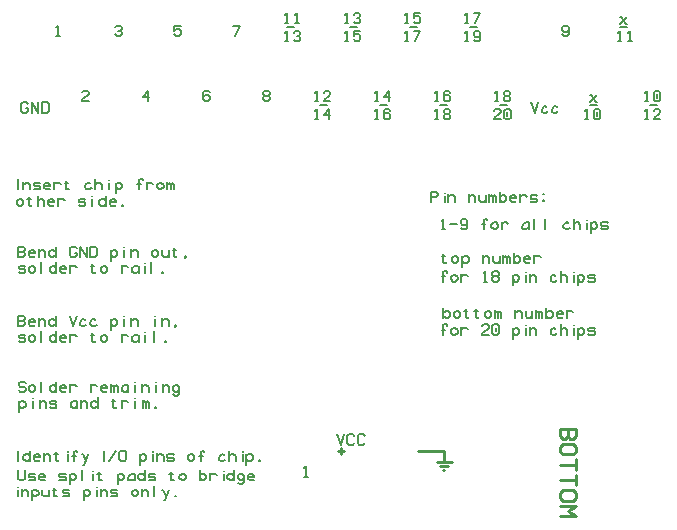
<source format=gto>
%FSTAX24Y24*%
%MOIN*%
%IN card20pad.gto *%
%ADD10C,0.0057*%
%ADD11C,0.0086*%
%ADD12C,0.0100*%
D10*X009203Y014444D02*G01X00926Y014501D01*Y014558D01*X009203Y014616D01*
X009088D01*X009031Y014558D01*Y014501D01*X009088Y014444D01*X009203D01*
X00926Y014387D01*Y01433D01*X009203Y014273D01*X009088D01*
X009031Y01433D01*Y014387D01*X009088Y014444D01*X015048Y009155D02*
Y008897D01*X015077Y008869D01*X01512D01*X015148Y008897D01*
X014991Y009097D02*X015105D01*X015334Y00894D02*Y009026D01*
X015405Y009097D01*X015477D01*X015548Y009026D01*Y00894D01*
X015477Y008869D01*X015405D01*X015334Y00894D01*X015677Y009097D02*
Y00874D01*Y00894D02*X015748Y008869D01*X01582D01*X015891Y00894D01*
Y009026D01*X01582Y009097D01*X015748D01*X015677Y00904D01*
X016363Y009126D02*Y008869D01*Y009026D02*X016434Y009097D01*X016505D01*
X016577Y009026D01*Y008869D01*X01692Y009097D02*Y008869D01*Y008926D02*
X016863Y008869D01*X016763D01*X016705Y008926D01*Y009097D01*
X017155Y008869D02*Y009026D01*X017209Y009097D01*X017263Y009026D01*
Y008869D01*X017048Y009026D02*X017102Y009097D01*X017155Y009026D01*
X017048Y009126D02*Y008869D01*X017391Y009212D02*Y008869D01*Y00894D02*
X017463Y008869D01*X017534D01*X017605Y00894D01*Y009026D01*
X017534Y009097D01*X017463D01*X017391Y00904D01*X017734Y008997D02*
X017948D01*Y009026D01*X017877Y009097D01*X017805D01*X017734Y00904D01*
Y00894D01*Y008926D01*X017791Y008869D01*X017905D01*X017948Y008897D01*
X018077Y009126D02*Y008869D01*X018291Y009055D02*X01822Y009097D01*
X018148D01*X018077Y009055D01*X011766Y017141D02*X011823Y017198D01*
Y016855D01*X01188D01*X011823D02*X011766D01*X012051Y017141D02*
X012108Y017198D01*X012223D01*X01228Y017141D01*Y017084D01*
X012223Y017027D01*X01228Y01697D01*Y016913D01*X012223Y016855D01*
X012108D01*X012051Y016913D01*X012223Y017027D02*X012166D01*
X014991Y010279D02*X015048Y010336D01*Y009993D01*X015105D01*X015048D02*
X014991D01*X015277Y010164D02*X015505D01*X01562Y01005D02*
X015677Y009993D01*X015791D01*X015848Y01005D01*Y010279D01*
X015791Y010336D01*X015677D01*X01562Y010279D01*Y010193D01*
X015677Y010136D01*X015791D01*X015848Y010193D01*X016391Y009993D02*
Y010307D01*X01642Y010336D01*X016477D01*X016505Y010307D01*Y010293D01*
X016334Y010164D02*X016448D01*X016648Y010064D02*Y01015D01*
X01672Y010221D01*X016791D01*X016863Y01015D01*Y010064D01*
X016791Y009993D01*X01672D01*X016648Y010064D01*X016991Y01025D02*
Y009993D01*X017205Y010179D02*X017134Y010221D01*X017063D01*
X016991Y010179D01*X017905Y009993D02*Y010221D01*X017677Y010067D02*
X017697Y010139D01*X017728Y010187D01*X017768Y010213D01*
X017797Y010221D01*X01782D01*X01786D01*X017905Y010199D01*
X017677Y010064D02*Y010047D01*X01768Y010036D01*X017688Y010021D01*
X017708Y01001D01*X017748Y009993D01*X017811D01*X017871Y010019D01*
X017905Y01005D01*X018077Y009993D02*Y010336D01*X01842Y009993D02*
Y010336D01*X019205Y010221D02*Y010193D01*X019163Y010221D01*X019148D01*
X01912Y010207D01*X019077Y010164D01*X019048Y010093D01*Y010064D01*
X019063Y010021D01*X01912Y009993D01*X019191D01*X019263Y010036D01*
X019391Y010336D02*Y009993D01*Y010164D02*X019463Y010221D01*X019534D01*
X019605Y01015D01*Y009993D01*X019841Y010214D02*Y009993D01*Y010307D02*
Y010314D01*X019963Y010221D02*Y009864D01*Y010064D02*X020034Y009993D01*
X020105D01*X020177Y010064D01*Y01015D01*X020105Y010221D01*X020034D01*
X019963Y010164D01*X020448Y009993D02*X020377D01*X020305Y010021D02*
X020334Y009993D01*X020491D01*X02052Y010021D01*Y010079D01*
X020491Y010107D01*X020334D01*X020305Y010136D01*Y010193D01*
X020334Y010221D01*X020491D01*X02052Y010193D01*X012766Y014541D02*
X012823Y014598D01*Y014255D01*X01288D01*X012823D02*X012766D01*
X013223D02*Y014598D01*X013051Y014398D01*X01328D01*X016723Y013941D02*
X01678Y013998D01*X016894D01*X016951Y013941D01*Y013884D01*
X016894Y013827D01*X016723Y013713D01*Y013655D01*X016951D01*
X017294Y013941D02*X017237Y013998D01*X017123D01*X017066Y013941D01*
Y013713D01*X017123Y013655D01*X017237D01*X017294Y013713D01*Y013941D01*
X01718Y013884D02*Y01377D01*X020866Y016541D02*X020923Y016598D01*
Y016255D01*X02098D01*X020923D02*X020866D01*X021208Y016541D02*
X021266Y016598D01*Y016255D01*X021323D01*X021266D02*X021208D01*
X011765Y016546D02*X011823Y016603D01*Y01626D01*X01188D01*X011823D02*
X011765D01*X01228Y016603D02*X012051D01*Y016432D01*X012108Y016489D01*
X012223D01*X01228Y016432D01*Y016317D01*X012223Y01626D01*X012108D01*
X012051Y016317D01*X015048Y00825D02*Y008564D01*X015077Y008593D01*
X015134D01*X015163Y008564D01*Y00855D01*X014991Y008421D02*X015105D01*
X015305Y008321D02*Y008407D01*X015377Y008478D01*X015448D01*
X01552Y008407D01*Y008321D01*X015448Y00825D01*X015377D01*
X015305Y008321D01*X015648Y008507D02*Y00825D01*X015863Y008435D02*
X015791Y008478D01*X01572D01*X015648Y008435D01*X016391Y008535D02*
X016448Y008593D01*Y00825D01*X016505D01*X016448D02*X016391D01*
X016848Y008421D02*X016905Y008478D01*Y008535D01*X016848Y008593D01*
X016734D01*X016677Y008535D01*Y008478D01*X016734Y008421D01*X016848D01*
X016905Y008364D01*Y008307D01*X016848Y00825D01*X016734D01*
X016677Y008307D01*Y008364D01*X016734Y008421D01*X017363Y008478D02*
Y008121D01*Y008321D02*X017434Y00825D01*X017505D01*X017577Y008321D01*
Y008407D01*X017505Y008478D01*X017434D01*X017363Y008421D01*
X017813Y008471D02*Y00825D01*Y008564D02*Y008571D01*X017934Y008507D02*
Y00825D01*Y008407D02*X018005Y008478D01*X018077D01*X018148Y008407D01*
Y00825D01*X018777Y008478D02*Y00845D01*X018734Y008478D01*X01872D01*
X018691Y008464D01*X018648Y008421D01*X01862Y00835D01*Y008321D01*
X018634Y008278D01*X018691Y00825D01*X018763D01*X018834Y008293D01*
X018963Y008593D02*Y00825D01*Y008421D02*X019034Y008478D01*X019105D01*
X019177Y008407D01*Y00825D01*X019413Y008471D02*Y00825D01*Y008564D02*
Y008571D01*X019534Y008478D02*Y008121D01*Y008321D02*X019605Y00825D01*
X019677D01*X019748Y008321D01*Y008407D01*X019677Y008478D01*X019605D01*
X019534Y008421D01*X02002Y00825D02*X019948D01*X019877Y008278D02*
X019905Y00825D01*X020063D01*X020091Y008278D01*Y008335D01*
X020063Y008364D01*X019905D01*X019877Y008393D01*Y00845D01*
X019905Y008478D01*X020063D01*X020091Y00845D01*X013766Y017141D02*
X013823Y017198D01*Y016855D01*X01388D01*X013823D02*X013766D01*
X01428Y017198D02*X014051D01*Y017027D01*X014108Y017084D01*X014223D01*
X01428Y017027D01*Y016913D01*X014223Y016855D01*X014108D01*
X014051Y016913D01*X010766Y014541D02*X010823Y014598D01*Y014255D01*
X01088D01*X010823D02*X010766D01*X011051Y014541D02*X011108Y014598D01*
X011223D01*X01128Y014541D01*Y014484D01*X011223Y014427D01*
X011051Y014313D01*Y014255D01*X01128D01*X019766Y013941D02*
X019823Y013998D01*Y013655D01*X01988D01*X019823D02*X019766D01*
X02028Y013941D02*X020223Y013998D01*X020108D01*X020051Y013941D01*
Y013713D01*X020108Y013655D01*X020223D01*X02028Y013713D01*Y013941D01*
X020166Y013884D02*Y01377D01*X015048Y006478D02*Y006792D01*
X015077Y006821D01*X015134D01*X015163Y006792D01*Y006778D01*
X014991Y00665D02*X015105D01*X015305Y00655D02*Y006635D01*
X015377Y006707D01*X015448D01*X01552Y006635D01*Y00655D01*
X015448Y006478D01*X015377D01*X015305Y00655D01*X015648Y006735D02*
Y006478D01*X015863Y006664D02*X015791Y006707D01*X01572D01*
X015648Y006664D01*X016334Y006764D02*X016391Y006821D01*X016505D01*
X016563Y006764D01*Y006707D01*X016505Y00665D01*X016334Y006535D01*
Y006478D01*X016563D01*X016905Y006764D02*X016848Y006821D01*X016734D01*
X016677Y006764D01*Y006535D01*X016734Y006478D01*X016848D01*
X016905Y006535D01*Y006764D01*X016791Y006707D02*Y006592D01*
X017363Y006707D02*Y00635D01*Y00655D02*X017434Y006478D01*X017505D01*
X017577Y00655D01*Y006635D01*X017505Y006707D01*X017434D01*
X017363Y00665D01*X017813Y0067D02*Y006478D01*Y006792D02*Y0068D01*
X017934Y006735D02*Y006478D01*Y006635D02*X018005Y006707D01*X018077D01*
X018148Y006635D01*Y006478D01*X018777Y006707D02*Y006678D01*
X018734Y006707D01*X01872D01*X018691Y006692D01*X018648Y00665D01*
X01862Y006578D01*Y00655D01*X018634Y006507D01*X018691Y006478D01*
X018763D01*X018834Y006521D01*X018963Y006821D02*Y006478D01*Y00665D02*
X019034Y006707D01*X019105D01*X019177Y006635D01*Y006478D01*
X019413Y0067D02*Y006478D01*Y006792D02*Y0068D01*X019534Y006707D02*
Y00635D01*Y00655D02*X019605Y006478D01*X019677D01*X019748Y00655D01*
Y006635D01*X019677Y006707D01*X019605D01*X019534Y00665D01*
X02002Y006478D02*X019948D01*X019877Y006507D02*X019905Y006478D01*
X020063D01*X020091Y006507D01*Y006564D01*X020063Y006592D01*X019905D01*
X019877Y006621D01*Y006678D01*X019905Y006707D01*X020063D01*
X020091Y006678D01*X014639Y010895D02*Y011237D01*X01481D01*
X014868Y01118D01*Y011123D01*X01481Y011066D01*X014639D01*
X015089Y011116D02*Y010895D01*Y011209D02*Y011216D01*X01521Y011152D02*
Y010895D01*Y011052D02*X015282Y011123D01*X015353D01*X015425Y011052D01*
Y010895D01*X015896Y011152D02*Y010895D01*Y011052D02*X015968Y011123D01*
X016039D01*X01611Y011052D01*Y010895D01*X016453Y011123D02*Y010895D01*
Y010952D02*X016396Y010895D01*X016296D01*X016239Y010952D01*Y011123D01*
X016689Y010895D02*Y011052D01*X016742Y011123D01*X016796Y011052D01*
Y010895D01*X016582Y011052D02*X016635Y011123D01*X016689Y011051D01*
X016582Y011152D02*Y010895D01*X016925Y011237D02*Y010895D01*Y010966D02*
X016996Y010895D01*X017068D01*X017139Y010966D01*Y011052D01*
X017068Y011123D01*X016996D01*X016925Y011066D01*X017268Y011023D02*
X017482D01*Y011052D01*X01741Y011123D01*X017339D01*X017268Y011066D01*
Y010966D01*Y010952D01*X017325Y010895D01*X017439D01*X017482Y010923D01*
X01761Y011152D02*Y010895D01*X017825Y01108D02*X017753Y011123D01*
X017682D01*X01761Y01108D01*X018096Y010895D02*X018025D01*
X017953Y010923D02*X017982Y010895D01*X018139D01*X018168Y010923D01*
Y01098D01*X018139Y011009D01*X017982D01*X017953Y011037D01*Y011095D01*
X017982Y011123D01*X018139D01*X018168Y011095D01*X018382Y010923D02*
X01841D01*Y010952D01*X018382D01*Y010923D01*Y011152D02*X01841D01*
Y01118D01*X018382D01*Y011152D01*X012766Y013941D02*X012823Y013998D01*
Y013655D01*X01288D01*X012823D02*X012766D01*X01328Y013941D02*
X013223Y013998D01*X013108D01*X013051Y013941D01*Y013713D01*
X013108Y013655D01*X013223D01*X01328Y013713D01*Y013798D01*
X013223Y013855D01*X013108D01*X013051Y013798D01*X013766Y016541D02*
X013823Y016598D01*Y016255D01*X01388D01*X013823D02*X013766D01*
X014051Y016598D02*X01428D01*X014108Y016255D01*X006287Y016781D02*
X006058D01*Y016609D01*X006116Y016667D01*X00623D01*X006287Y016609D01*
Y016495D01*X00623Y016438D01*X006116D01*X006058Y016495D01*D11*
X018935Y003345D02*X019449D01*Y003088D01*X019363Y003003D01*X019278D01*
X019192Y003088D01*X019106Y003003D01*X01902D01*X018935Y003088D01*
Y003345D01*X019192Y003088D02*Y003345D01*X019363Y002488D02*
X019449Y002574D01*Y002745D01*X019363Y002831D01*X01902D01*
X018935Y002745D01*Y002574D01*X01902Y002488D01*X019363D01*
X018935Y002145D02*X019449D01*Y001974D01*Y002145D02*Y002317D01*
X018935Y001631D02*X019449D01*Y00146D01*Y001631D02*Y001803D01*
X019363Y000945D02*X019449Y001031D01*Y001203D01*X019363Y001288D01*
X01902D01*X018935Y001203D01*Y001031D01*X01902Y000945D01*X019363D01*
X018935Y000774D02*X019449D01*X019192Y000603D01*X019449Y000431D01*
X018935D01*D10*X015766Y016541D02*X015823Y016598D01*Y016255D01*
X01588D01*X015823D02*X015766D01*X016051Y016313D02*X016108Y016255D01*
X016223D01*X01628Y016313D01*Y016541D01*X016223Y016598D01*X016108D01*
X016051Y016541D01*Y016455D01*X016108Y016398D01*X016223D01*
X01628Y016455D01*X000832Y010841D02*Y010927D01*X000904Y010998D01*
X000975D01*X001046Y010927D01*Y010841D01*X000975Y01077D01*X000904D01*
X000832Y010841D01*X001232Y011056D02*Y010798D01*X001261Y01077D01*
X001304D01*X001332Y010798D01*X001175Y010998D02*X001289D01*
X001518Y011113D02*Y01077D01*Y010941D02*X001589Y010998D01*X001661D01*
X001732Y010927D01*Y01077D01*X001861Y010898D02*X002075D01*Y010927D01*
X002004Y010998D01*X001932D01*X001861Y010941D01*Y010841D01*Y010827D01*
X001918Y01077D01*X002032D01*X002075Y010798D01*X002204Y011027D02*
Y01077D01*X002418Y010956D02*X002346Y010998D01*X002275D01*
X002204Y010956D01*X003032Y01077D02*X002961D01*X002889Y010798D02*
X002918Y01077D01*X003075D01*X003104Y010798D01*Y010856D01*
X003075Y010884D01*X002918D01*X002889Y010913D01*Y01097D01*
X002918Y010998D01*X003075D01*X003104Y01097D01*X003339Y010991D02*
Y01077D01*Y011084D02*Y011091D01*X003789Y011113D02*Y01077D01*Y010927D02*
X003718Y010998D01*X003646D01*X003575Y010941D01*Y010841D01*
X003646Y01077D01*X003718D01*X003789Y010841D01*X003918Y010898D02*
X004132D01*Y010927D01*X004061Y010998D01*X003989D01*X003918Y010941D01*
Y010841D01*Y010827D01*X003975Y01077D01*X004089D01*X004132Y010798D01*
X004346Y01077D02*X004375D01*Y010798D01*X004346D01*Y01077D01*
X000875Y00907D02*Y009413D01*X001046D01*X001104Y009356D01*Y009298D01*
X001046Y009241D01*X001104Y009184D01*Y009127D01*X001046Y00907D01*
X000875D01*X001046Y009241D02*X000875D01*X001218Y009198D02*X001432D01*
Y009227D01*X001361Y009298D01*X001289D01*X001218Y009241D01*Y009141D01*
Y009127D01*X001275Y00907D01*X001389D01*X001432Y009098D01*
X001561Y009327D02*Y00907D01*Y009227D02*X001632Y009298D01*X001704D01*
X001775Y009227D01*Y00907D01*X002118Y009413D02*Y00907D01*Y009227D02*
X002046Y009298D01*X001975D01*X001904Y009241D01*Y009141D01*
X001975Y00907D01*X002046D01*X002118Y009141D01*X002818Y009356D02*
X002761Y009413D01*X002646D01*X002589Y009356D01*Y009127D01*
X002646Y00907D01*X002761D01*X002818Y009127D01*Y009213D01*X002761D01*
X002932Y00907D02*Y009413D01*X003161Y00907D01*Y009413D01*
X003504Y009356D02*X003446Y009413D01*X003275D01*Y00907D01*X003446D01*
X003504Y009127D01*Y009356D01*X003961Y009298D02*Y008941D01*Y009141D02*
X004032Y00907D01*X004104D01*X004175Y009141D01*Y009227D01*
X004104Y009298D01*X004032D01*X003961Y009241D01*X004411Y009291D02*
Y00907D01*Y009384D02*Y009391D01*X004646Y009327D02*Y00907D01*Y009227D02*
X004718Y009298D01*X004789D01*X004861Y009227D01*Y00907D01*
X005332Y009141D02*Y009227D01*X005404Y009298D01*X005475D01*
X005546Y009227D01*Y009141D01*X005475Y00907D01*X005404D01*
X005332Y009141D01*X005889Y009298D02*Y00907D01*Y009127D02*
X005832Y00907D01*X005732D01*X005675Y009127D01*Y009298D01*
X006075Y009356D02*Y009098D01*X006104Y00907D01*X006146D01*
X006175Y009098D01*X006018Y009298D02*X006132D01*X006446Y00907D02*
X006475D01*X006432Y009027D01*X006461Y009084D01*X006475Y00907D02*
Y009098D01*X006446D01*Y00907D01*X000875Y01132D02*Y011663D01*
X001046Y011577D02*Y01132D01*Y011477D02*X001118Y011548D01*X001189D01*
X001261Y011477D01*Y01132D01*X001532D02*X001461D01*X001389Y011348D02*
X001418Y01132D01*X001575D01*X001604Y011348D01*Y011406D01*
X001575Y011434D01*X001418D01*X001389Y011463D01*Y01152D01*
X001418Y011548D01*X001575D01*X001604Y01152D01*X001732Y011448D02*
X001946D01*Y011477D01*X001875Y011548D01*X001804D01*X001732Y011491D01*
Y011391D01*Y011377D01*X001789Y01132D01*X001904D01*X001946Y011348D01*
X002075Y011577D02*Y01132D01*X002289Y011506D02*X002218Y011548D01*
X002146D01*X002075Y011506D01*X002475Y011606D02*Y011348D01*
X002504Y01132D01*X002546D01*X002575Y011348D01*X002418Y011548D02*
X002532D01*X003261D02*Y01152D01*X003218Y011548D01*X003204D01*
X003175Y011534D01*X003132Y011491D01*X003104Y01142D01*Y011391D01*
X003118Y011348D01*X003175Y01132D01*X003246D01*X003318Y011363D01*
X003446Y011663D02*Y01132D01*Y011491D02*X003518Y011548D01*X003589D01*
X003661Y011477D01*Y01132D01*X003896Y011541D02*Y01132D01*Y011634D02*
Y011641D01*X004132Y011548D02*Y011191D01*Y011391D02*X004204Y01132D01*
X004275D01*X004346Y011391D01*Y011477D01*X004275Y011548D01*X004204D01*
X004132Y011491D01*X004904Y01132D02*Y011634D01*X004932Y011663D01*
X004989D01*X005018Y011634D01*Y01162D01*X004846Y011491D02*X004961D01*
X005161Y011577D02*Y01132D01*X005375Y011506D02*X005304Y011548D01*
X005232D01*X005161Y011506D01*X005504Y011391D02*Y011477D01*
X005575Y011548D01*X005646D01*X005718Y011477D01*Y011391D01*
X005646Y01132D01*X005575D01*X005504Y011391D01*X005954Y01132D02*
Y011477D01*X006007Y011548D01*X006061Y011477D01*Y01132D01*
X005846Y011477D02*X0059Y011548D01*X005953Y011477D01*X005846Y011577D02*
Y01132D01*X001032Y006241D02*X000961D01*X000889Y00627D02*
X000918Y006241D01*X001075D01*X001104Y00627D01*Y006327D01*
X001075Y006356D01*X000918D01*X000889Y006384D01*Y006441D01*
X000918Y00647D01*X001075D01*X001104Y006441D01*X001232Y006313D02*
Y006398D01*X001304Y00647D01*X001375D01*X001446Y006398D01*Y006313D01*
X001375Y006241D01*X001304D01*X001232Y006313D01*X001632Y006241D02*
Y006584D01*X002132D02*Y006241D01*Y006398D02*X002061Y00647D01*
X001989D01*X001918Y006413D01*Y006313D01*X001989Y006241D01*X002061D01*
X002132Y006313D01*X002261Y00637D02*X002475D01*Y006398D01*
X002404Y00647D01*X002332D01*X002261Y006413D01*Y006313D01*Y006298D01*
X002318Y006241D01*X002432D01*X002475Y00627D01*X002604Y006498D02*
Y006241D01*X002818Y006427D02*X002746Y00647D01*X002675D01*
X002604Y006427D01*X003346Y006527D02*Y00627D01*X003375Y006241D01*
X003418D01*X003446Y00627D01*X003289Y00647D02*X003404D01*
X003632Y006313D02*Y006398D01*X003704Y00647D01*X003775D01*
X003846Y006398D01*Y006313D01*X003775Y006241D01*X003704D01*
X003632Y006313D01*X004318Y006498D02*Y006241D01*X004532Y006427D02*
X004461Y00647D01*X004389D01*X004318Y006427D01*X004889Y006241D02*
Y00647D01*X004661Y006316D02*X004681Y006387D01*X004712Y006436D01*
X004752Y006461D01*X004781Y00647D01*X004804D01*X004844D01*
X004889Y006447D01*X004661Y006313D02*Y006296D01*X004664Y006284D01*
X004672Y00627D01*X004692Y006258D01*X004732Y006241D01*X004795D01*
X004855Y006267D01*X004889Y006298D01*X005111Y006463D02*Y006241D01*
Y006556D02*Y006563D01*X005404Y006241D02*Y006584D01*X005775Y006241D02*
X005804D01*Y00627D01*X005775D01*Y006241D01*X000904Y00427D02*Y003913D01*
Y004113D02*X000975Y004041D01*X001046D01*X001118Y004113D01*Y004198D01*
X001046Y00427D01*X000975D01*X000904Y004213D01*X001354Y004263D02*
Y004041D01*Y004356D02*Y004363D01*X001589Y004298D02*Y004041D01*
Y004198D02*X001661Y00427D01*X001732D01*X001804Y004198D01*Y004041D01*
X002075D02*X002004D01*X001932Y00407D02*X001961Y004041D01*X002118D01*
X002146Y00407D01*Y004127D01*X002118Y004156D01*X001961D01*
X001932Y004184D01*Y004241D01*X001961Y00427D01*X002118D01*
X002146Y004241D01*X002846Y004041D02*Y00427D01*X002618Y004116D02*
X002638Y004187D01*X002669Y004236D01*X002709Y004261D01*X002738Y00427D01*
X002761D01*X002801D01*X002846Y004247D01*X002618Y004113D02*Y004096D01*
X002621Y004084D01*X002629Y00407D01*X002649Y004058D01*X002689Y004041D01*
X002752D01*X002812Y004067D01*X002846Y004098D01*X002961Y004298D02*
Y004041D01*Y004198D02*X003032Y00427D01*X003104D01*X003175Y004198D01*
Y004041D01*X003518Y004384D02*Y004041D01*Y004198D02*X003446Y00427D01*
X003375D01*X003304Y004213D01*Y004113D01*X003375Y004041D01*X003446D01*
X003518Y004113D01*X004046Y004327D02*Y00407D01*X004075Y004041D01*
X004118D01*X004146Y00407D01*X003989Y00427D02*X004104D01*
X004332Y004298D02*Y004041D01*X004546Y004227D02*X004475Y00427D01*
X004404D01*X004332Y004227D01*X004782Y004263D02*Y004041D01*Y004356D02*
Y004363D01*X005125Y004041D02*Y004198D01*X005178Y00427D01*
X005232Y004198D01*Y004041D01*X005018Y004198D02*X005071Y00427D01*
X005125Y004198D01*X005018Y004298D02*Y004041D01*X005446D02*X005475D01*
Y00407D01*X005446D01*Y004041D01*X001118Y004856D02*X001061Y004913D01*
X000946D01*X000889Y004856D01*Y004798D01*X000946Y004741D01*X001061D01*
X001118Y004684D01*Y004627D01*X001061Y00457D01*X000946D01*
X000889Y004627D01*X001232Y004641D02*Y004727D01*X001304Y004798D01*
X001375D01*X001446Y004727D01*Y004641D01*X001375Y00457D01*X001304D01*
X001232Y004641D01*X001632Y00457D02*Y004913D01*X002132D02*Y00457D01*
Y004727D02*X002061Y004798D01*X001989D01*X001918Y004741D01*Y004641D01*
X001989Y00457D01*X002061D01*X002132Y004641D01*X002261Y004698D02*
X002475D01*Y004727D01*X002404Y004798D01*X002332D01*X002261Y004741D01*
Y004641D01*Y004627D01*X002318Y00457D01*X002432D01*X002475Y004598D01*
X002604Y004827D02*Y00457D01*X002818Y004756D02*X002746Y004798D01*
X002675D01*X002604Y004756D01*X003289Y004827D02*Y00457D01*
X003504Y004756D02*X003432Y004798D01*X003361D01*X003289Y004756D01*
X003632Y004698D02*X003846D01*Y004727D01*X003775Y004798D01*X003704D01*
X003632Y004741D01*Y004641D01*Y004627D01*X003689Y00457D01*X003804D01*
X003846Y004598D01*X004082Y00457D02*Y004727D01*X004135Y004798D01*
X004189Y004727D01*Y00457D01*X003975Y004727D02*X004028Y004798D01*
X004082Y004727D01*X003975Y004827D02*Y00457D01*X004546D02*Y004798D01*
X004318Y004644D02*X004338Y004716D01*X004369Y004764D01*X004409Y00479D01*
X004438Y004798D01*X004461D01*X004501D01*X004546Y004776D01*
X004318Y004641D02*Y004624D01*X004321Y004613D01*X004329Y004598D01*
X004349Y004587D01*X004389Y00457D01*X004452D01*X004512Y004596D01*
X004546Y004627D01*X004768Y004791D02*Y00457D01*Y004884D02*Y004891D01*
X005004Y004827D02*Y00457D01*Y004727D02*X005075Y004798D01*X005146D01*
X005218Y004727D01*Y00457D01*X005454Y004791D02*Y00457D01*Y004884D02*
Y004891D01*X005689Y004827D02*Y00457D01*Y004727D02*X005761Y004798D01*
X005832D01*X005904Y004727D01*Y00457D01*X006246Y004641D02*
X006175Y00457D01*X006104D01*X006032Y004641D01*Y004741D01*
X006104Y004798D01*X006175D01*X006246Y004727D01*Y004513D01*
X006175Y004441D01*X006104D01*X006032Y004484D01*X000875Y00677D02*
Y007113D01*X001046D01*X001104Y007056D01*Y006998D01*X001046Y006941D01*
X001104Y006884D01*Y006827D01*X001046Y00677D01*X000875D01*
X001046Y006941D02*X000875D01*X001218Y006898D02*X001432D01*Y006927D01*
X001361Y006998D01*X001289D01*X001218Y006941D01*Y006841D01*Y006827D01*
X001275Y00677D01*X001389D01*X001432Y006798D01*X001561Y007027D02*
Y00677D01*Y006927D02*X001632Y006998D01*X001704D01*X001775Y006927D01*
Y00677D01*X002118Y007113D02*Y00677D01*Y006927D02*X002046Y006998D01*
X001975D01*X001904Y006941D01*Y006841D01*X001975Y00677D01*X002046D01*
X002118Y006841D01*X002589Y007113D02*X002704Y00677D01*X002818Y007113D01*
X003089Y006998D02*Y00697D01*X003046Y006998D01*X003032D01*
X003004Y006984D01*X002961Y006941D01*X002932Y00687D01*Y006841D01*
X002946Y006798D01*X003004Y00677D01*X003075D01*X003146Y006813D01*
X003432Y006998D02*Y00697D01*X003389Y006998D01*X003375D01*
X003346Y006984D01*X003304Y006941D01*X003275Y00687D01*Y006841D01*
X003289Y006798D01*X003346Y00677D01*X003418D01*X003489Y006813D01*
X003961Y006998D02*Y006641D01*Y006841D02*X004032Y00677D01*X004104D01*
X004175Y006841D01*Y006927D01*X004104Y006998D01*X004032D01*
X003961Y006941D01*X004411Y006991D02*Y00677D01*Y007084D02*Y007091D01*
X004646Y007027D02*Y00677D01*Y006927D02*X004718Y006998D01*X004789D01*
X004861Y006927D01*Y00677D01*X005439Y006991D02*Y00677D01*Y007084D02*
Y007091D01*X005675Y007027D02*Y00677D01*Y006927D02*X005746Y006998D01*
X005818D01*X005889Y006927D01*Y00677D01*X006104D02*X006132D01*
X006089Y006727D01*X006118Y006784D01*X006132Y00677D02*Y006798D01*
X006104D01*Y00677D01*X001032Y008541D02*X000961D01*X000889Y00857D02*
X000918Y008541D01*X001075D01*X001104Y00857D01*Y008627D01*
X001075Y008656D01*X000918D01*X000889Y008684D01*Y008741D01*
X000918Y00877D01*X001075D01*X001104Y008741D01*X001232Y008613D02*
Y008698D01*X001304Y00877D01*X001375D01*X001446Y008698D01*Y008613D01*
X001375Y008541D01*X001304D01*X001232Y008613D01*X001632Y008541D02*
Y008884D01*X002132D02*Y008541D01*Y008698D02*X002061Y00877D01*
X001989D01*X001918Y008713D01*Y008613D01*X001989Y008541D01*X002061D01*
X002132Y008613D01*X002261Y00867D02*X002475D01*Y008698D01*
X002404Y00877D01*X002332D01*X002261Y008713D01*Y008613D01*Y008598D01*
X002318Y008541D01*X002432D01*X002475Y00857D01*X002604Y008798D02*
Y008541D01*X002818Y008727D02*X002746Y00877D01*X002675D01*
X002604Y008727D01*X003346Y008827D02*Y00857D01*X003375Y008541D01*
X003418D01*X003446Y00857D01*X003289Y00877D02*X003404D01*
X003632Y008613D02*Y008698D01*X003704Y00877D01*X003775D01*
X003846Y008698D01*Y008613D01*X003775Y008541D01*X003704D01*
X003632Y008613D01*X004318Y008798D02*Y008541D01*X004532Y008727D02*
X004461Y00877D01*X004389D01*X004318Y008727D01*X004889Y008541D02*
Y00877D01*X004661Y008616D02*X004681Y008687D01*X004712Y008736D01*
X004752Y008761D01*X004781Y00877D01*X004804D01*X004844D01*
X004889Y008747D01*X004661Y008613D02*Y008596D01*X004664Y008584D01*
X004672Y00857D01*X004692Y008558D01*X004732Y008541D01*X004795D01*
X004855Y008567D01*X004889Y008598D01*X005111Y008763D02*Y008541D01*
Y008856D02*Y008863D01*X005289Y008541D02*Y008884D01*X005661Y008541D02*
X005689D01*Y00857D01*X005661D01*Y008541D01*X012937Y014141D02*
X013166D01*X014937D02*X015166D01*X016937D02*X017166D01*X010937D02*
X011166D01*X011937Y016741D02*X012166D01*X020937Y01707D02*X02098D01*
X021123Y016841D01*X021166D01*Y01707D02*X020937Y016841D01*
X019937Y01447D02*X01998D01*X020123Y014241D01*X020166D01*Y01447D02*
X019937Y014241D01*Y014141D02*X020166D01*X013937Y016741D02*X014166D01*
X020937D02*X021166D01*X015937D02*X016166D01*X009837D02*X010066D01*
X021937Y014141D02*X022166D01*X01798Y014222D02*X018095Y013879D01*
X018209Y014222D01*X01848Y014108D02*Y014079D01*X018438Y014108D01*
X018423D01*X018395Y014093D01*X018352Y01405D01*X018323Y013979D01*
Y01395D01*X018338Y013908D01*X018395Y013879D01*X018466D01*
X018538Y013922D01*X018823Y014108D02*Y014079D01*X01878Y014108D01*
X018766D01*X018738Y014093D01*X018695Y01405D01*X018666Y013979D01*
Y01395D01*X01868Y013908D01*X018738Y013879D01*X018809D01*
X01888Y013922D01*X015766Y017141D02*X015823Y017198D01*Y016855D01*
X01588D01*X015823D02*X015766D01*X016051Y017198D02*X01628D01*
X016108Y016855D01*X019011Y016495D02*X019068Y016438D01*X019182D01*
X019239Y016495D01*Y016724D01*X019182Y016781D01*X019068D01*
X019011Y016724D01*Y016638D01*X019068Y016581D01*X019182D01*
X019239Y016638D01*X000875Y001305D02*Y001084D01*Y001398D02*Y001405D01*
X000996Y001341D02*Y001084D01*Y001241D02*X001068Y001312D01*X001139D01*
X001211Y001241D01*Y001084D01*X001339Y001312D02*Y000955D01*Y001155D02*
X001411Y001084D01*X001482D01*X001554Y001155D01*Y001241D01*
X001482Y001312D01*X001411D01*X001339Y001255D01*X001896Y001312D02*
Y001084D01*Y001141D02*X001839Y001084D01*X001739D01*X001682Y001141D01*
Y001312D01*X002082Y001369D02*Y001112D01*X002111Y001084D01*X002154D01*
X002182Y001112D01*X002025Y001312D02*X002139D01*X002511Y001084D02*
X002439D01*X002368Y001112D02*X002396Y001084D01*X002554D01*
X002582Y001112D01*Y001169D01*X002554Y001198D01*X002396D01*
X002368Y001227D01*Y001284D01*X002396Y001312D01*X002554D01*
X002582Y001284D01*X003054Y001312D02*Y000955D01*Y001155D02*
X003125Y001084D01*X003196D01*X003268Y001155D01*Y001241D01*
X003196Y001312D01*X003125D01*X003054Y001255D01*X003504Y001305D02*
Y001084D01*Y001398D02*Y001405D01*X003625Y001341D02*Y001084D01*
Y001241D02*X003696Y001312D01*X003768D01*X003839Y001241D01*Y001084D01*
X004111D02*X004039D01*X003968Y001112D02*X003996Y001084D01*X004154D01*
X004182Y001112D01*Y001169D01*X004154Y001198D01*X003996D01*
X003968Y001227D01*Y001284D01*X003996Y001312D01*X004154D01*
X004182Y001284D01*X004654Y001155D02*Y001241D01*X004725Y001312D01*
X004796D01*X004868Y001241D01*Y001155D01*X004796Y001084D01*X004725D01*
X004654Y001155D01*X004996Y001341D02*Y001084D01*Y001241D02*
X005068Y001312D01*X005139D01*X005211Y001241D01*Y001084D01*X005396D02*
Y001427D01*X005682Y001312D02*X005711D01*X005811Y001084D01*
X005896Y001312D02*Y001284D01*X005754Y000955D01*X005725D01*
X006111Y001084D02*X006139D01*Y001112D01*X006111D01*Y001084D01*
X002139Y016724D02*X002196Y016781D01*Y016438D01*X002253D01*X002196D02*
X002139D01*X000875Y00196D02*Y001674D01*X000932Y001617D01*X001046D01*
X001104Y001674D01*Y00196D01*X001361Y001617D02*X001289D01*
X001218Y001646D02*X001246Y001617D01*X001404D01*X001432Y001646D01*
Y001703D01*X001404Y001731D01*X001246D01*X001218Y00176D01*Y001817D01*
X001246Y001846D01*X001404D01*X001432Y001817D01*X001561Y001746D02*
X001775D01*Y001774D01*X001704Y001846D01*X001632D01*X001561Y001789D01*
Y001689D01*Y001674D01*X001618Y001617D01*X001732D01*X001775Y001646D01*
X002389Y001617D02*X002318D01*X002246Y001646D02*X002275Y001617D01*
X002432D01*X002461Y001646D01*Y001703D01*X002432Y001731D01*X002275D01*
X002246Y00176D01*Y001817D01*X002275Y001846D01*X002432D01*
X002461Y001817D01*X002589Y001846D02*Y001489D01*Y001689D02*
X002661Y001617D01*X002732D01*X002804Y001689D01*Y001774D01*
X002732Y001846D01*X002661D01*X002589Y001789D01*X002989Y001617D02*
Y00196D01*X003382Y001839D02*Y001617D01*Y001931D02*Y001939D01*
X003561Y001903D02*Y001646D01*X003589Y001617D01*X003632D01*
X003661Y001646D01*X003504Y001846D02*X003618D01*X004189D02*Y001489D01*
Y001689D02*X004261Y001617D01*X004332D01*X004404Y001689D01*Y001774D01*
X004332Y001846D01*X004261D01*X004189Y001789D01*X004761Y001617D02*
Y001846D01*X004532Y001691D02*X004552Y001763D01*X004584Y001811D01*
X004624Y001837D01*X004652Y001846D01*X004675D01*X004715D01*
X004761Y001823D01*X004532Y001689D02*Y001671D01*X004535Y00166D01*
X004544Y001646D01*X004564Y001634D01*X004604Y001617D01*X004666D01*
X004726Y001643D01*X004761Y001674D01*X005089Y00196D02*Y001617D01*
Y001774D02*X005018Y001846D01*X004946D01*X004875Y001789D01*Y001689D01*
X004946Y001617D01*X005018D01*X005089Y001689D01*X005361Y001617D02*
X005289D01*X005218Y001646D02*X005246Y001617D01*X005404D01*
X005432Y001646D01*Y001703D01*X005404Y001731D01*X005246D01*
X005218Y00176D01*Y001817D01*X005246Y001846D01*X005404D01*
X005432Y001817D01*X005961Y001903D02*Y001646D01*X005989Y001617D01*
X006032D01*X006061Y001646D01*X005904Y001846D02*X006018D01*
X006246Y001689D02*Y001774D01*X006318Y001846D01*X006389D01*
X006461Y001774D01*Y001689D01*X006389Y001617D01*X006318D01*
X006246Y001689D01*X006932Y00196D02*Y001617D01*Y001689D02*
X007004Y001617D01*X007075D01*X007146Y001689D01*Y001774D01*
X007075Y001846D01*X007004D01*X006932Y001789D01*X007275Y001874D02*
Y001617D01*X007489Y001803D02*X007418Y001846D01*X007346D01*
X007275Y001803D01*X007725Y001839D02*Y001617D01*Y001931D02*Y001939D01*
X008061Y00196D02*Y001617D01*Y001774D02*X007989Y001846D01*X007918D01*
X007846Y001789D01*Y001689D01*X007918Y001617D01*X007989D01*
X008061Y001689D01*X008404D02*X008332Y001617D01*X008261D01*
X008189Y001689D01*Y001789D01*X008261Y001846D01*X008332D01*
X008404Y001774D01*Y00156D01*X008332Y001489D01*X008261D01*
X008189Y001531D01*X008532Y001746D02*X008746D01*Y001774D01*
X008675Y001846D01*X008604D01*X008532Y001789D01*Y001689D01*Y001674D01*
X008589Y001617D01*X008704D01*X008746Y001646D01*X016766Y014541D02*
X016823Y014598D01*Y014255D01*X01688D01*X016823D02*X016766D01*
X017223Y014427D02*X01728Y014484D01*Y014541D01*X017223Y014598D01*
X017108D01*X017051Y014541D01*Y014484D01*X017108Y014427D01*X017223D01*
X01728Y01437D01*Y014313D01*X017223Y014255D01*X017108D01*
X017051Y014313D01*Y01437D01*X017108Y014427D01*X005188Y014273D02*
Y014616D01*X005017Y014416D01*X005245D01*X008036Y016781D02*X008265D01*
X008093Y016438D01*X007265Y014558D02*X007208Y014616D01*X007093D01*
X007036Y014558D01*Y01433D01*X007093Y014273D01*X007208D01*
X007265Y01433D01*Y014416D01*X007208Y014473D01*X007093D01*
X007036Y014416D01*X000875Y002265D02*Y002608D01*X001261D02*Y002265D01*
Y002422D02*X001189Y002493D01*X001118D01*X001046Y002436D01*Y002336D01*
X001118Y002265D01*X001189D01*X001261Y002336D01*X001389Y002393D02*
X001604D01*Y002422D01*X001532Y002493D01*X001461D01*X001389Y002436D01*
Y002336D01*Y002322D01*X001446Y002265D01*X001561D01*X001604Y002293D01*
X001732Y002522D02*Y002265D01*Y002422D02*X001804Y002493D01*X001875D01*
X001946Y002422D01*Y002265D01*X002132Y002551D02*Y002293D01*
X002161Y002265D01*X002204D01*X002232Y002293D01*X002075Y002493D02*
X002189D01*X002525Y002486D02*Y002265D01*Y002579D02*Y002586D01*
X002732Y002265D02*Y002579D01*X002761Y002608D01*X002818D01*
X002846Y002579D01*Y002565D01*X002675Y002436D02*X002789D01*
X002989Y002493D02*X003018D01*X003118Y002265D01*X003204Y002493D02*
Y002465D01*X003061Y002136D01*X003032D01*X003732Y002265D02*Y002608D01*
X003904Y002265D02*X004132Y002608D01*X004475Y002551D02*
X004418Y002608D01*X004304D01*X004246Y002551D01*Y002322D01*
X004304Y002265D01*X004418D01*X004475Y002322D01*Y002551D01*
X004932Y002493D02*Y002136D01*Y002336D02*X005004Y002265D01*X005075D01*
X005146Y002336D01*Y002422D01*X005075Y002493D01*X005004D01*
X004932Y002436D01*X005382Y002486D02*Y002265D01*Y002579D02*Y002586D01*
X005504Y002522D02*Y002265D01*Y002422D02*X005575Y002493D01*X005646D01*
X005718Y002422D01*Y002265D01*X005989D02*X005918D01*X005846Y002293D02*
X005875Y002265D01*X006032D01*X006061Y002293D01*Y002351D01*
X006032Y002379D01*X005875D01*X005846Y002408D01*Y002465D01*
X005875Y002493D01*X006032D01*X006061Y002465D01*X006532Y002336D02*
Y002422D01*X006604Y002493D01*X006675D01*X006746Y002422D01*Y002336D01*
X006675Y002265D01*X006604D01*X006532Y002336D01*X006961Y002265D02*
Y002579D01*X006989Y002608D01*X007046D01*X007075Y002579D01*Y002565D01*
X006904Y002436D02*X007018D01*X007718Y002493D02*Y002465D01*
X007675Y002493D01*X007661D01*X007632Y002479D01*X007589Y002436D01*
X007561Y002365D01*Y002336D01*X007575Y002293D01*X007632Y002265D01*
X007704D01*X007775Y002308D01*X007904Y002608D02*Y002265D01*Y002436D02*
X007975Y002493D01*X008046D01*X008118Y002422D01*Y002265D01*
X008354Y002486D02*Y002265D01*Y002579D02*Y002586D01*X008475Y002493D02*
Y002136D01*Y002336D02*X008546Y002265D01*X008618D01*X008689Y002336D01*
Y002422D01*X008618Y002493D01*X008546D01*X008475Y002436D01*
X008904Y002265D02*X008932D01*Y002293D01*X008904D01*Y002265D01*
X003009Y014558D02*X003066Y014616D01*X00318D01*X003237Y014558D01*
Y014501D01*X00318Y014444D01*X003009Y01433D01*Y014273D01*X003237D01*
X014766Y014541D02*X014823Y014598D01*Y014255D01*X01488D01*X014823D02*
X014766D01*X01528Y014541D02*X015223Y014598D01*X015108D01*
X015051Y014541D01*Y014313D01*X015108Y014255D01*X015223D01*
X01528Y014313D01*Y014398D01*X015223Y014455D01*X015108D01*
X015051Y014398D01*X010766Y013941D02*X010823Y013998D01*Y013655D01*
X01088D01*X010823D02*X010766D01*X011223D02*Y013998D01*
X011051Y013798D01*X01128D01*X021766Y014541D02*X021823Y014598D01*
Y014255D01*X02188D01*X021823D02*X021766D01*X02228Y014541D02*
X022223Y014598D01*X022108D01*X022051Y014541D01*Y014313D01*
X022108Y014255D01*X022223D01*X02228Y014313D01*Y014541D01*
X022166Y014484D02*Y01437D01*X009766Y016541D02*X009823Y016598D01*
Y016255D01*X00988D01*X009823D02*X009766D01*X010051Y016541D02*
X010108Y016598D01*X010223D01*X01028Y016541D01*Y016484D01*
X010223Y016427D01*X01028Y01637D01*Y016313D01*X010223Y016255D01*
X010108D01*X010051Y016313D01*X010223Y016427D02*X010166D01*
X014766Y013941D02*X014823Y013998D01*Y013655D01*X01488D01*X014823D02*
X014766D01*X015223Y013827D02*X01528Y013884D01*Y013941D01*
X015223Y013998D01*X015108D01*X015051Y013941D01*Y013884D01*
X015108Y013827D01*X015223D01*X01528Y01377D01*Y013713D01*
X015223Y013655D01*X015108D01*X015051Y013713D01*Y01377D01*
X015108Y013827D01*X009766Y017141D02*X009823Y017198D01*Y016855D01*
X00988D01*X009823D02*X009766D01*X010108Y017141D02*X010166Y017198D01*
Y016855D01*X010223D01*X010166D02*X010108D01*X011501Y003159D02*
X011616Y002816D01*X01173Y003159D01*X012073Y003102D02*X012016Y003159D01*
X011901D01*X011844Y003102D01*Y002873D01*X011901Y002816D01*X012016D01*
X012073Y002873D01*X012416Y003102D02*X012358Y003159D01*X012244D01*
X012187Y003102D01*Y002873D01*X012244Y002816D01*X012358D01*
X012416Y002873D01*X021766Y013941D02*X021823Y013998D01*Y013655D01*
X02188D01*X021823D02*X021766D01*X022051Y013941D02*X022108Y013998D01*
X022223D01*X02228Y013941D01*Y013884D01*X022223Y013827D01*
X022051Y013713D01*Y013655D01*X02228D01*X015048Y007383D02*Y00704D01*
Y007111D02*X01512Y00704D01*X015191D01*X015263Y007111D01*Y007197D01*
X015191Y007269D01*X01512D01*X015048Y007211D01*X015391Y007111D02*
Y007197D01*X015463Y007269D01*X015534D01*X015605Y007197D01*Y007111D01*
X015534Y00704D01*X015463D01*X015391Y007111D01*X015791Y007326D02*
Y007069D01*X01582Y00704D01*X015863D01*X015891Y007069D01*
X015734Y007269D02*X015848D01*X016134Y007326D02*Y007069D01*
X016163Y00704D01*X016205D01*X016234Y007069D01*X016077Y007269D02*
X016191D01*X01642Y007111D02*Y007197D01*X016491Y007269D01*X016563D01*
X016634Y007197D01*Y007111D01*X016563Y00704D01*X016491D01*
X01642Y007111D01*X01687Y00704D02*Y007197D01*X016923Y007268D01*
X016977Y007197D01*Y00704D01*X016763Y007197D02*X016816Y007268D01*
X016869Y007197D01*X016763Y007297D02*Y00704D01*X017448Y007297D02*
Y00704D01*Y007197D02*X01752Y007269D01*X017591D01*X017663Y007197D01*
Y00704D01*X018005Y007269D02*Y00704D01*Y007097D02*X017948Y00704D01*
X017848D01*X017791Y007097D01*Y007269D01*X018241Y00704D02*Y007197D01*
X018294Y007268D01*X018348Y007197D01*Y00704D01*X018134Y007197D02*
X018187Y007268D01*X018241Y007197D01*X018134Y007297D02*Y00704D01*
X018477Y007383D02*Y00704D01*Y007111D02*X018548Y00704D01*X01862D01*
X018691Y007111D01*Y007197D01*X01862Y007269D01*X018548D01*
X018477Y007211D01*X01882Y007169D02*X019034D01*Y007197D01*
X018963Y007269D01*X018891D01*X01882Y007211D01*Y007111D01*Y007097D01*
X018877Y00704D01*X018991D01*X019034Y007069D01*X019163Y007297D02*
Y00704D01*X019377Y007226D02*X019305Y007269D01*X019234D01*
X019163Y007226D01*X004096Y016724D02*X004153Y016781D01*X004267D01*
X004324Y016724D01*Y016667D01*X004267Y016609D01*X004324Y016552D01*
Y016495D01*X004267Y016438D01*X004153D01*X004096Y016495D01*
X004267Y016609D02*X00421D01*X001205Y014165D02*X001148Y014222D01*
X001034D01*X000977Y014165D01*Y013936D01*X001034Y013879D01*X001148D01*
X001205Y013936D01*Y014022D01*X001148D01*X00132Y013879D02*Y014222D01*
X001548Y013879D01*Y014222D01*X001891Y014165D02*X001834Y014222D01*
X001662D01*Y013879D01*X001834D01*X001891Y013936D01*Y014165D01*
X010408Y002027D02*X010466Y002084D01*Y001741D01*X010523D01*X010466D02*
X010408D01*D12*X014192Y002603D02*X015067D01*Y002228D01*X015317D02*
X014817D01*X014942Y002103D02*X015192D01*X015067Y001978D02*X015042D01*
X011616Y002516D02*Y002716D01*X011516Y002616D02*X011716D01*
M02*
</source>
